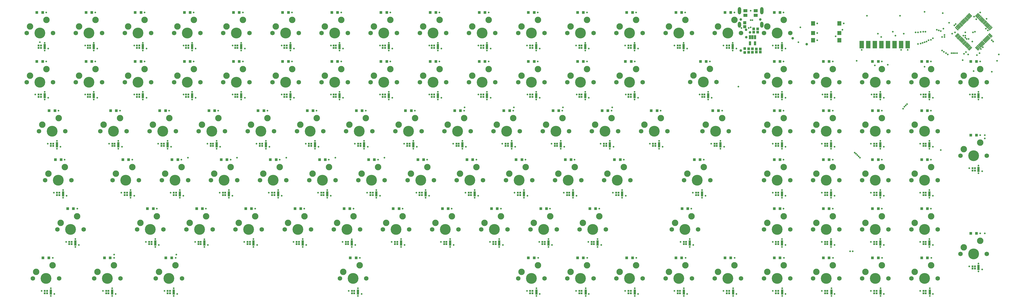
<source format=gts>
G04*
G04 #@! TF.GenerationSoftware,Altium Limited,CircuitMaker,2.2.1 (2.2.1.6)*
G04*
G04 Layer_Color=20142*
%FSLAX25Y25*%
%MOIN*%
G70*
G04*
G04 #@! TF.SameCoordinates,51275918-D11F-4CD5-9039-D10E8471D0EB*
G04*
G04*
G04 #@! TF.FilePolarity,Negative*
G04*
G01*
G75*
%ADD31R,0.06312X0.06706*%
%ADD32R,0.06312X0.05918*%
%ADD33R,0.06706X0.11430*%
%ADD34R,0.06115X0.04737*%
%ADD35R,0.04737X0.04934*%
%ADD36R,0.04343X0.04147*%
%ADD37R,0.04343X0.03950*%
%ADD38R,0.03556X0.05918*%
G04:AMPARAMS|DCode=39|XSize=39.5mil|YSize=39.5mil|CornerRadius=7.15mil|HoleSize=0mil|Usage=FLASHONLY|Rotation=0.000|XOffset=0mil|YOffset=0mil|HoleType=Round|Shape=RoundedRectangle|*
%AMROUNDEDRECTD39*
21,1,0.03950,0.02520,0,0,0.0*
21,1,0.02520,0.03950,0,0,0.0*
1,1,0.01430,0.01260,-0.01260*
1,1,0.01430,-0.01260,-0.01260*
1,1,0.01430,-0.01260,0.01260*
1,1,0.01430,0.01260,0.01260*
%
%ADD39ROUNDEDRECTD39*%
G04:AMPARAMS|DCode=40|XSize=17.84mil|YSize=69.02mil|CornerRadius=0mil|HoleSize=0mil|Usage=FLASHONLY|Rotation=135.000|XOffset=0mil|YOffset=0mil|HoleType=Round|Shape=Round|*
%AMOVALD40*
21,1,0.05118,0.01784,0.00000,0.00000,225.0*
1,1,0.01784,0.01810,0.01810*
1,1,0.01784,-0.01810,-0.01810*
%
%ADD40OVALD40*%

G04:AMPARAMS|DCode=41|XSize=17.84mil|YSize=69.02mil|CornerRadius=0mil|HoleSize=0mil|Usage=FLASHONLY|Rotation=225.000|XOffset=0mil|YOffset=0mil|HoleType=Round|Shape=Round|*
%AMOVALD41*
21,1,0.05118,0.01784,0.00000,0.00000,315.0*
1,1,0.01784,-0.01810,0.01810*
1,1,0.01784,0.01810,-0.01810*
%
%ADD41OVALD41*%

%ADD42R,0.03713X0.03871*%
%ADD43R,0.02768X0.02768*%
%ADD44R,0.04068X0.04068*%
G04:AMPARAMS|DCode=45|XSize=90.68mil|YSize=51.31mil|CornerRadius=25.65mil|HoleSize=0mil|Usage=FLASHONLY|Rotation=270.000|XOffset=0mil|YOffset=0mil|HoleType=Round|Shape=RoundedRectangle|*
%AMROUNDEDRECTD45*
21,1,0.09068,0.00000,0,0,270.0*
21,1,0.03937,0.05131,0,0,270.0*
1,1,0.05131,0.00000,-0.01968*
1,1,0.05131,0.00000,0.01968*
1,1,0.05131,0.00000,0.01968*
1,1,0.05131,0.00000,-0.01968*
%
%ADD45ROUNDEDRECTD45*%
G04:AMPARAMS|DCode=46|XSize=110.36mil|YSize=51.31mil|CornerRadius=25.65mil|HoleSize=0mil|Usage=FLASHONLY|Rotation=270.000|XOffset=0mil|YOffset=0mil|HoleType=Round|Shape=RoundedRectangle|*
%AMROUNDEDRECTD46*
21,1,0.11036,0.00000,0,0,270.0*
21,1,0.05905,0.05131,0,0,270.0*
1,1,0.05131,0.00000,-0.02953*
1,1,0.05131,0.00000,0.02953*
1,1,0.05131,0.00000,0.02953*
1,1,0.05131,0.00000,-0.02953*
%
%ADD46ROUNDEDRECTD46*%
%ADD47C,0.16500*%
%ADD48C,0.09800*%
%ADD49C,0.06800*%
%ADD50C,0.02572*%
%ADD51C,0.03950*%
D31*
X1318110Y530118D02*
D03*
X1358268D02*
D03*
Y504528D02*
D03*
X1318110D02*
D03*
D32*
Y515551D02*
D03*
X1358268D02*
D03*
D33*
X1402323Y497638D02*
D03*
X1412323D02*
D03*
X1422323D02*
D03*
X1432323D02*
D03*
X1442323D02*
D03*
X1452323D02*
D03*
X1462323D02*
D03*
X1392323D02*
D03*
D34*
X1215158Y542323D02*
D03*
Y549409D02*
D03*
X1230906Y549409D02*
D03*
Y542323D02*
D03*
D35*
X1214173Y525197D02*
D03*
Y531102D02*
D03*
D36*
X1233858Y521850D02*
D03*
Y516732D02*
D03*
X1225984Y491339D02*
D03*
Y486221D02*
D03*
X1220079Y491339D02*
D03*
Y486221D02*
D03*
D37*
X1227953Y521752D02*
D03*
Y516831D02*
D03*
X1231890Y486319D02*
D03*
Y491240D02*
D03*
X1237795D02*
D03*
Y486319D02*
D03*
D38*
X1229724Y499803D02*
D03*
X1222244D02*
D03*
Y509252D02*
D03*
X1225984D02*
D03*
X1229724D02*
D03*
D39*
X1214173Y485630D02*
D03*
Y491929D02*
D03*
D40*
X1568932Y541751D02*
D03*
X1557657Y491502D02*
D03*
X1567540Y543143D02*
D03*
X1585635Y525048D02*
D03*
X1588419Y522264D02*
D03*
X1587027Y523656D02*
D03*
X1584243Y526440D02*
D03*
X1582851Y527832D02*
D03*
X1581459Y529224D02*
D03*
X1580067Y530616D02*
D03*
X1578675Y532008D02*
D03*
X1577283Y533400D02*
D03*
X1575891Y534792D02*
D03*
X1574500Y536184D02*
D03*
X1573108Y537576D02*
D03*
X1571716Y538968D02*
D03*
X1570324Y540359D02*
D03*
X1536778Y512381D02*
D03*
X1538170Y510990D02*
D03*
X1539562Y509597D02*
D03*
X1540954Y508206D02*
D03*
X1542346Y506814D02*
D03*
X1543738Y505422D02*
D03*
X1545130Y504030D02*
D03*
X1546521Y502638D02*
D03*
X1547913Y501246D02*
D03*
X1549305Y499854D02*
D03*
X1550697Y498462D02*
D03*
X1552089Y497070D02*
D03*
X1553481Y495678D02*
D03*
X1554873Y494286D02*
D03*
X1556265Y492894D02*
D03*
D41*
X1538170Y523656D02*
D03*
X1536778Y522264D02*
D03*
X1584243Y508206D02*
D03*
X1567540Y491502D02*
D03*
X1568932Y492894D02*
D03*
X1570324Y494286D02*
D03*
X1571716Y495678D02*
D03*
X1573108Y497070D02*
D03*
X1574500Y498462D02*
D03*
X1575891Y499854D02*
D03*
X1577283Y501246D02*
D03*
X1578675Y502638D02*
D03*
X1580067Y504030D02*
D03*
X1581459Y505422D02*
D03*
X1582851Y506814D02*
D03*
X1585635Y509597D02*
D03*
X1587027Y510990D02*
D03*
X1588419Y512381D02*
D03*
X1557657Y543143D02*
D03*
X1556265Y541751D02*
D03*
X1554873Y540359D02*
D03*
X1553481Y538968D02*
D03*
X1552089Y537576D02*
D03*
X1550697Y536184D02*
D03*
X1549305Y534792D02*
D03*
X1547913Y533400D02*
D03*
X1546521Y532008D02*
D03*
X1545130Y530616D02*
D03*
X1543738Y529224D02*
D03*
X1542346Y527832D02*
D03*
X1540954Y526440D02*
D03*
X1539562Y525048D02*
D03*
D42*
X148721Y496614D02*
D03*
Y492756D02*
D03*
X223524Y496614D02*
D03*
Y492756D02*
D03*
X298327Y496614D02*
D03*
Y492756D02*
D03*
X373130Y496614D02*
D03*
Y492756D02*
D03*
X447933Y496614D02*
D03*
Y492756D02*
D03*
X522736Y496614D02*
D03*
Y492756D02*
D03*
X597539Y496614D02*
D03*
Y492756D02*
D03*
X672342Y496614D02*
D03*
Y492756D02*
D03*
X747146Y496614D02*
D03*
Y492756D02*
D03*
X821949Y496614D02*
D03*
Y492756D02*
D03*
X896752Y496614D02*
D03*
Y492756D02*
D03*
X971555Y496614D02*
D03*
Y492756D02*
D03*
X1046358Y496614D02*
D03*
Y492756D02*
D03*
X1121161Y496614D02*
D03*
Y492756D02*
D03*
X1195965Y496614D02*
D03*
Y492756D02*
D03*
X1270768Y496614D02*
D03*
Y492756D02*
D03*
X148721Y421811D02*
D03*
Y417953D02*
D03*
X223524Y421811D02*
D03*
Y417953D02*
D03*
X298327Y421811D02*
D03*
Y417953D02*
D03*
X373130Y421811D02*
D03*
Y417953D02*
D03*
X447933Y421811D02*
D03*
Y417953D02*
D03*
X522736Y421811D02*
D03*
Y417953D02*
D03*
X597539Y421811D02*
D03*
Y417953D02*
D03*
X672342Y421811D02*
D03*
Y417953D02*
D03*
X747146Y421811D02*
D03*
Y417953D02*
D03*
X821949Y421811D02*
D03*
Y417953D02*
D03*
X896752Y421811D02*
D03*
Y417953D02*
D03*
X971555Y421811D02*
D03*
Y417953D02*
D03*
X1046358Y421811D02*
D03*
Y417953D02*
D03*
X1158563Y421811D02*
D03*
Y417953D02*
D03*
X1270768Y421811D02*
D03*
Y417953D02*
D03*
X1345571Y421811D02*
D03*
Y417953D02*
D03*
X1420374Y421811D02*
D03*
Y417953D02*
D03*
X1495177Y421811D02*
D03*
Y417953D02*
D03*
X1569980Y421811D02*
D03*
Y417953D02*
D03*
X167421Y347008D02*
D03*
Y343150D02*
D03*
X260925Y347008D02*
D03*
Y343150D02*
D03*
X335728Y347008D02*
D03*
Y343150D02*
D03*
X410532Y347008D02*
D03*
Y343150D02*
D03*
X485335Y347008D02*
D03*
Y343150D02*
D03*
X560138Y347008D02*
D03*
Y343150D02*
D03*
X634941Y347008D02*
D03*
Y343150D02*
D03*
X709744Y347008D02*
D03*
Y343150D02*
D03*
X784547Y347008D02*
D03*
Y343150D02*
D03*
X859350Y347008D02*
D03*
Y343150D02*
D03*
X934153Y347008D02*
D03*
Y343150D02*
D03*
X1008957Y347008D02*
D03*
Y343150D02*
D03*
X1083760Y347008D02*
D03*
Y343150D02*
D03*
X1177264Y347008D02*
D03*
Y343150D02*
D03*
X1270768Y347008D02*
D03*
Y343150D02*
D03*
X1345571Y347008D02*
D03*
Y343150D02*
D03*
X1420374Y347008D02*
D03*
Y343150D02*
D03*
X1495177Y347008D02*
D03*
Y343150D02*
D03*
X1569980Y309606D02*
D03*
Y305748D02*
D03*
X176772Y272205D02*
D03*
Y268347D02*
D03*
X279626Y272205D02*
D03*
Y268347D02*
D03*
X354429Y272205D02*
D03*
Y268347D02*
D03*
X429232Y272205D02*
D03*
Y268347D02*
D03*
X504035Y272205D02*
D03*
Y268347D02*
D03*
X578839Y272205D02*
D03*
Y268347D02*
D03*
X653642Y272205D02*
D03*
Y268347D02*
D03*
X728445Y272205D02*
D03*
Y268347D02*
D03*
X803228Y272205D02*
D03*
Y268347D02*
D03*
X878051Y272205D02*
D03*
Y268347D02*
D03*
X952854Y272205D02*
D03*
Y268347D02*
D03*
X1027658Y272205D02*
D03*
Y268347D02*
D03*
X1149213Y272205D02*
D03*
Y268347D02*
D03*
X1270768Y272205D02*
D03*
Y268347D02*
D03*
X1345571Y272205D02*
D03*
Y268347D02*
D03*
X1420374Y272205D02*
D03*
Y268347D02*
D03*
X1495177Y272205D02*
D03*
Y268347D02*
D03*
X195472Y197402D02*
D03*
Y193543D02*
D03*
X317028Y197402D02*
D03*
Y193543D02*
D03*
X391831Y197402D02*
D03*
Y193543D02*
D03*
X466634Y197402D02*
D03*
Y193543D02*
D03*
X541437Y197402D02*
D03*
Y193543D02*
D03*
X616240Y197402D02*
D03*
Y193543D02*
D03*
X691043Y197402D02*
D03*
Y193543D02*
D03*
X765846Y197402D02*
D03*
Y193543D02*
D03*
X840650Y197402D02*
D03*
Y193543D02*
D03*
X915453Y197402D02*
D03*
Y193543D02*
D03*
X990256Y197402D02*
D03*
Y193543D02*
D03*
X1130512Y197402D02*
D03*
Y193543D02*
D03*
X1270768Y197402D02*
D03*
Y193543D02*
D03*
X1345571Y197402D02*
D03*
Y193543D02*
D03*
X1420374Y197402D02*
D03*
Y193543D02*
D03*
X1495177Y197402D02*
D03*
Y193543D02*
D03*
X1569980Y160000D02*
D03*
Y156142D02*
D03*
X158071Y122598D02*
D03*
Y118740D02*
D03*
X251575Y122598D02*
D03*
Y118740D02*
D03*
X345079Y122598D02*
D03*
Y118740D02*
D03*
X625591Y122598D02*
D03*
Y118740D02*
D03*
X897244Y122598D02*
D03*
Y118740D02*
D03*
X972047Y122598D02*
D03*
Y118740D02*
D03*
X1046850Y122598D02*
D03*
Y118740D02*
D03*
X1121653Y122598D02*
D03*
Y118740D02*
D03*
X1196457Y122598D02*
D03*
Y118740D02*
D03*
X1271260Y122598D02*
D03*
Y118740D02*
D03*
X1346063Y122598D02*
D03*
Y118740D02*
D03*
X1420866Y122598D02*
D03*
Y118740D02*
D03*
X1495669Y122598D02*
D03*
Y118740D02*
D03*
D43*
X1186811Y118898D02*
D03*
X1261614D02*
D03*
X1336417D02*
D03*
X1411220D02*
D03*
X1336417Y193701D02*
D03*
X1411220D02*
D03*
X1486024D02*
D03*
X1560827Y156299D02*
D03*
X148917Y118898D02*
D03*
X335925D02*
D03*
X616437D02*
D03*
X887598D02*
D03*
X962402D02*
D03*
X1037205D02*
D03*
X1112008D02*
D03*
X307874Y193701D02*
D03*
X382677D02*
D03*
X457480D02*
D03*
X532283D02*
D03*
X607087D02*
D03*
X681890D02*
D03*
X756693D02*
D03*
X831496D02*
D03*
X906299D02*
D03*
X981102D02*
D03*
X1121358D02*
D03*
X1261614D02*
D03*
X644488Y268504D02*
D03*
X719291D02*
D03*
X794095D02*
D03*
X868898D02*
D03*
X943701D02*
D03*
X1018504D02*
D03*
X1140059D02*
D03*
X1261614D02*
D03*
X1336417D02*
D03*
X1411220D02*
D03*
X1486024D02*
D03*
X186319Y193701D02*
D03*
X1168110Y343307D02*
D03*
X1261614D02*
D03*
X1336417D02*
D03*
X1411220D02*
D03*
X1486024D02*
D03*
X1560827Y305906D02*
D03*
X167618Y268504D02*
D03*
X270472D02*
D03*
X345276D02*
D03*
X420079D02*
D03*
X494882D02*
D03*
X569685D02*
D03*
X251772Y343307D02*
D03*
X326575D02*
D03*
X401378D02*
D03*
X476181D02*
D03*
X550984D02*
D03*
X625787D02*
D03*
X700591D02*
D03*
X775394D02*
D03*
X850197D02*
D03*
X925000D02*
D03*
X999803D02*
D03*
X1074606D02*
D03*
X737992Y418110D02*
D03*
X812795D02*
D03*
X887598D02*
D03*
X962402D02*
D03*
X1037205D02*
D03*
X1149409D02*
D03*
X1261614D02*
D03*
X1336417D02*
D03*
X1411220D02*
D03*
X1486024D02*
D03*
X1560827D02*
D03*
X158268Y343307D02*
D03*
X1037205Y492913D02*
D03*
X1112008D02*
D03*
X1186811D02*
D03*
X1261614D02*
D03*
X139567Y418110D02*
D03*
X289173D02*
D03*
X363976D02*
D03*
X438779D02*
D03*
X513583D02*
D03*
X588386D02*
D03*
X663189D02*
D03*
X139567Y492913D02*
D03*
X214370D02*
D03*
X289173D02*
D03*
X363976D02*
D03*
X438779D02*
D03*
X513583D02*
D03*
X588386D02*
D03*
X663189D02*
D03*
X737992D02*
D03*
X812795D02*
D03*
X887598D02*
D03*
X962402D02*
D03*
X1486024Y118898D02*
D03*
X242421D02*
D03*
X214370Y418110D02*
D03*
X1489567Y122441D02*
D03*
X217913Y421654D02*
D03*
X214370D02*
D03*
X217913Y418110D02*
D03*
X245965Y122441D02*
D03*
X242421D02*
D03*
X245965Y118898D02*
D03*
X1486024Y122441D02*
D03*
X1489567Y118898D02*
D03*
X965945Y496457D02*
D03*
X962402D02*
D03*
X965945Y492913D02*
D03*
X891142Y496457D02*
D03*
X887598D02*
D03*
X891142Y492913D02*
D03*
X816339Y496457D02*
D03*
X812795D02*
D03*
X816339Y492913D02*
D03*
X741535Y496457D02*
D03*
X737992D02*
D03*
X741535Y492913D02*
D03*
X666732Y496457D02*
D03*
X663189D02*
D03*
X666732Y492913D02*
D03*
X591929Y496457D02*
D03*
X588386D02*
D03*
X591929Y492913D02*
D03*
X517126Y496457D02*
D03*
X513583D02*
D03*
X517126Y492913D02*
D03*
X442323Y496457D02*
D03*
X438779D02*
D03*
X442323Y492913D02*
D03*
X367520Y496457D02*
D03*
X363976D02*
D03*
X367520Y492913D02*
D03*
X292717Y496457D02*
D03*
X289173D02*
D03*
X292717Y492913D02*
D03*
X217913Y496457D02*
D03*
X214370D02*
D03*
X217913Y492913D02*
D03*
X143110Y496457D02*
D03*
X139567D02*
D03*
X143110Y492913D02*
D03*
X666732Y421654D02*
D03*
X663189D02*
D03*
X666732Y418110D02*
D03*
X591929Y421654D02*
D03*
X588386D02*
D03*
X591929Y418110D02*
D03*
X517126Y421654D02*
D03*
X513583D02*
D03*
X517126Y418110D02*
D03*
X442323Y421654D02*
D03*
X438779D02*
D03*
X442323Y418110D02*
D03*
X367520Y421654D02*
D03*
X363976D02*
D03*
X367520Y418110D02*
D03*
X292717Y421654D02*
D03*
X289173D02*
D03*
X292717Y418110D02*
D03*
X143110Y421654D02*
D03*
X139567D02*
D03*
X143110Y418110D02*
D03*
X1265158Y496457D02*
D03*
X1261614D02*
D03*
X1265158Y492913D02*
D03*
X1190354Y496457D02*
D03*
X1186811D02*
D03*
X1190354Y492913D02*
D03*
X1115551Y496457D02*
D03*
X1112008D02*
D03*
X1115551Y492913D02*
D03*
X1040748Y496457D02*
D03*
X1037205D02*
D03*
X1040748Y492913D02*
D03*
X161811Y346850D02*
D03*
X158268D02*
D03*
X161811Y343307D02*
D03*
X1564370Y421654D02*
D03*
X1560827D02*
D03*
X1564370Y418110D02*
D03*
X1489567Y421654D02*
D03*
X1486024D02*
D03*
X1489567Y418110D02*
D03*
X1414764Y421654D02*
D03*
X1411220D02*
D03*
X1414764Y418110D02*
D03*
X1339961Y421654D02*
D03*
X1336417D02*
D03*
X1339961Y418110D02*
D03*
X1265158Y421654D02*
D03*
X1261614D02*
D03*
X1265158Y418110D02*
D03*
X1152953Y421654D02*
D03*
X1149409D02*
D03*
X1152953Y418110D02*
D03*
X1040748Y421654D02*
D03*
X1037205D02*
D03*
X1040748Y418110D02*
D03*
X965945Y421654D02*
D03*
X962402D02*
D03*
X965945Y418110D02*
D03*
X891142Y421654D02*
D03*
X887598D02*
D03*
X891142Y418110D02*
D03*
X816339Y421654D02*
D03*
X812795D02*
D03*
X816339Y418110D02*
D03*
X741535Y421654D02*
D03*
X737992D02*
D03*
X741535Y418110D02*
D03*
X1078150Y346850D02*
D03*
X1074606D02*
D03*
X1078150Y343307D02*
D03*
X1003347Y346850D02*
D03*
X999803D02*
D03*
X1003347Y343307D02*
D03*
X928543Y346850D02*
D03*
X925000D02*
D03*
X928543Y343307D02*
D03*
X853740Y346850D02*
D03*
X850197D02*
D03*
X853740Y343307D02*
D03*
X778937Y346850D02*
D03*
X775394D02*
D03*
X778937Y343307D02*
D03*
X704134Y346850D02*
D03*
X700591D02*
D03*
X704134Y343307D02*
D03*
X629331Y346850D02*
D03*
X625787D02*
D03*
X629331Y343307D02*
D03*
X554528Y346850D02*
D03*
X550984D02*
D03*
X554528Y343307D02*
D03*
X479724Y346850D02*
D03*
X476181D02*
D03*
X479724Y343307D02*
D03*
X404921Y346850D02*
D03*
X401378D02*
D03*
X404921Y343307D02*
D03*
X330118Y346850D02*
D03*
X326575D02*
D03*
X330118Y343307D02*
D03*
X255315Y346850D02*
D03*
X251772D02*
D03*
X255315Y343307D02*
D03*
X573228Y272047D02*
D03*
X569685D02*
D03*
X573228Y268504D02*
D03*
X498425Y272047D02*
D03*
X494882D02*
D03*
X498425Y268504D02*
D03*
X423622Y272047D02*
D03*
X420079D02*
D03*
X423622Y268504D02*
D03*
X348819Y272047D02*
D03*
X345276D02*
D03*
X348819Y268504D02*
D03*
X274016Y272047D02*
D03*
X270472D02*
D03*
X274016Y268504D02*
D03*
X171161Y272047D02*
D03*
X167618D02*
D03*
X171161Y268504D02*
D03*
X1564370Y309449D02*
D03*
X1560827D02*
D03*
X1564370Y305906D02*
D03*
X1489567Y346850D02*
D03*
X1486024D02*
D03*
X1489567Y343307D02*
D03*
X1414764Y346850D02*
D03*
X1411220D02*
D03*
X1414764Y343307D02*
D03*
X1339961Y346850D02*
D03*
X1336417D02*
D03*
X1339961Y343307D02*
D03*
X1265158Y346850D02*
D03*
X1261614D02*
D03*
X1265158Y343307D02*
D03*
X1171653Y346850D02*
D03*
X1168110D02*
D03*
X1171653Y343307D02*
D03*
X189862Y197244D02*
D03*
X186319D02*
D03*
X189862Y193701D02*
D03*
X1489567Y272047D02*
D03*
X1486024D02*
D03*
X1489567Y268504D02*
D03*
X1414764Y272047D02*
D03*
X1411220D02*
D03*
X1414764Y268504D02*
D03*
X1339961Y272047D02*
D03*
X1336417D02*
D03*
X1339961Y268504D02*
D03*
X1265158Y272047D02*
D03*
X1261614D02*
D03*
X1265158Y268504D02*
D03*
X1143602Y272047D02*
D03*
X1140059D02*
D03*
X1143602Y268504D02*
D03*
X1022047Y272047D02*
D03*
X1018504D02*
D03*
X1022047Y268504D02*
D03*
X947244Y272047D02*
D03*
X943701D02*
D03*
X947244Y268504D02*
D03*
X872441Y272047D02*
D03*
X868898D02*
D03*
X872441Y268504D02*
D03*
X797638Y272047D02*
D03*
X794095D02*
D03*
X797638Y268504D02*
D03*
X722835Y272047D02*
D03*
X719291D02*
D03*
X722835Y268504D02*
D03*
X648032Y272047D02*
D03*
X644488D02*
D03*
X648032Y268504D02*
D03*
X1265158Y197244D02*
D03*
X1261614D02*
D03*
X1265158Y193701D02*
D03*
X1124902Y197244D02*
D03*
X1121358D02*
D03*
X1124902Y193701D02*
D03*
X984646Y197244D02*
D03*
X981102D02*
D03*
X984646Y193701D02*
D03*
X909842Y197244D02*
D03*
X906299D02*
D03*
X909842Y193701D02*
D03*
X835039Y197244D02*
D03*
X831496D02*
D03*
X835039Y193701D02*
D03*
X760236Y197244D02*
D03*
X756693D02*
D03*
X760236Y193701D02*
D03*
X685433Y197244D02*
D03*
X681890D02*
D03*
X685433Y193701D02*
D03*
X610630Y197244D02*
D03*
X607087D02*
D03*
X610630Y193701D02*
D03*
X535827Y197244D02*
D03*
X532283D02*
D03*
X535827Y193701D02*
D03*
X461024Y197244D02*
D03*
X457480D02*
D03*
X461024Y193701D02*
D03*
X386221Y197244D02*
D03*
X382677D02*
D03*
X386221Y193701D02*
D03*
X311417Y197244D02*
D03*
X307874D02*
D03*
X311417Y193701D02*
D03*
X1115551Y122441D02*
D03*
X1112008D02*
D03*
X1115551Y118898D02*
D03*
X1040748Y122441D02*
D03*
X1037205D02*
D03*
X1040748Y118898D02*
D03*
X965945Y122441D02*
D03*
X962402D02*
D03*
X965945Y118898D02*
D03*
X891142Y122441D02*
D03*
X887598D02*
D03*
X891142Y118898D02*
D03*
X619980Y122441D02*
D03*
X616437D02*
D03*
X619980Y118898D02*
D03*
X339469Y122441D02*
D03*
X335925D02*
D03*
X339469Y118898D02*
D03*
X152461Y122441D02*
D03*
X148917D02*
D03*
X152461Y118898D02*
D03*
X1564370Y159843D02*
D03*
X1560827D02*
D03*
X1564370Y156299D02*
D03*
X1489567Y197244D02*
D03*
X1486024D02*
D03*
X1489567Y193701D02*
D03*
X1414764Y197244D02*
D03*
X1411220D02*
D03*
X1414764Y193701D02*
D03*
X1339961Y197244D02*
D03*
X1336417D02*
D03*
X1339961Y193701D02*
D03*
X1414764Y122441D02*
D03*
X1411220D02*
D03*
X1414764Y118898D02*
D03*
X1339961Y122441D02*
D03*
X1336417D02*
D03*
X1339961Y118898D02*
D03*
X1265158Y122441D02*
D03*
X1261614D02*
D03*
X1265158Y118898D02*
D03*
X1190354Y122441D02*
D03*
X1186811D02*
D03*
X1190354Y118898D02*
D03*
D44*
X155079Y172835D02*
D03*
X146299D02*
D03*
X1267776Y546850D02*
D03*
X1258996D02*
D03*
X1192972D02*
D03*
X1184193D02*
D03*
X1118169D02*
D03*
X1109390D02*
D03*
X1043366D02*
D03*
X1034587D02*
D03*
X968563D02*
D03*
X959783D02*
D03*
X893760D02*
D03*
X884980D02*
D03*
X818957D02*
D03*
X810177D02*
D03*
X744153D02*
D03*
X735374D02*
D03*
X669350D02*
D03*
X660571D02*
D03*
X594547D02*
D03*
X585768D02*
D03*
X519744D02*
D03*
X510965D02*
D03*
X444941D02*
D03*
X436161D02*
D03*
X370138D02*
D03*
X361358D02*
D03*
X295335D02*
D03*
X286555D02*
D03*
X220532D02*
D03*
X211752D02*
D03*
X145728D02*
D03*
X136949D02*
D03*
X1566988Y472047D02*
D03*
X1558209D02*
D03*
X1492185D02*
D03*
X1483405D02*
D03*
X1417382D02*
D03*
X1408602D02*
D03*
X1342579D02*
D03*
X1333799D02*
D03*
X1267776D02*
D03*
X1258996D02*
D03*
X1155571D02*
D03*
X1146791D02*
D03*
X1041398D02*
D03*
X1032618D02*
D03*
X968563D02*
D03*
X959783D02*
D03*
X893760D02*
D03*
X884980D02*
D03*
X818957D02*
D03*
X810177D02*
D03*
X744153D02*
D03*
X735374D02*
D03*
X669350D02*
D03*
X660571D02*
D03*
X594547D02*
D03*
X585768D02*
D03*
X519744D02*
D03*
X510965D02*
D03*
X444941D02*
D03*
X436161D02*
D03*
X370138D02*
D03*
X361358D02*
D03*
X295335D02*
D03*
X286555D02*
D03*
X220532D02*
D03*
X211752D02*
D03*
X145728D02*
D03*
X136949D02*
D03*
X1566988Y359842D02*
D03*
X1558209D02*
D03*
X1492185Y397244D02*
D03*
X1483405D02*
D03*
X1417382D02*
D03*
X1408602D02*
D03*
X1342579D02*
D03*
X1333799D02*
D03*
X1267776D02*
D03*
X1258996D02*
D03*
X1174272D02*
D03*
X1165492D02*
D03*
X1080768D02*
D03*
X1071988D02*
D03*
X1005965D02*
D03*
X997185D02*
D03*
X931161D02*
D03*
X922382D02*
D03*
X856358D02*
D03*
X847579D02*
D03*
X781555D02*
D03*
X772776D02*
D03*
X706752D02*
D03*
X697972D02*
D03*
X631949D02*
D03*
X623169D02*
D03*
X557146D02*
D03*
X548366D02*
D03*
X482342D02*
D03*
X473563D02*
D03*
X407539D02*
D03*
X398760D02*
D03*
X332736D02*
D03*
X323957D02*
D03*
X257933D02*
D03*
X249153D02*
D03*
X164429D02*
D03*
X155650D02*
D03*
X1492185Y322441D02*
D03*
X1483405D02*
D03*
X1417382D02*
D03*
X1408602D02*
D03*
X1342579D02*
D03*
X1333799D02*
D03*
X1267776D02*
D03*
X1258996D02*
D03*
X1146220D02*
D03*
X1137441D02*
D03*
X1024665D02*
D03*
X1015886D02*
D03*
X949862D02*
D03*
X941083D02*
D03*
X875059D02*
D03*
X866280D02*
D03*
X800256D02*
D03*
X791476D02*
D03*
X725453D02*
D03*
X716673D02*
D03*
X650650D02*
D03*
X641870D02*
D03*
X575846D02*
D03*
X567067D02*
D03*
X501043D02*
D03*
X492264D02*
D03*
X426240D02*
D03*
X417461D02*
D03*
X351437D02*
D03*
X342657D02*
D03*
X276634D02*
D03*
X267854D02*
D03*
X173779D02*
D03*
X165000D02*
D03*
X1566988Y210236D02*
D03*
X1558209D02*
D03*
X1492185Y247638D02*
D03*
X1483405D02*
D03*
X1417382D02*
D03*
X1408602D02*
D03*
X1342579D02*
D03*
X1333799D02*
D03*
X1267776D02*
D03*
X1258996D02*
D03*
X1127520D02*
D03*
X1118740D02*
D03*
X987264D02*
D03*
X978484D02*
D03*
X912461D02*
D03*
X903681D02*
D03*
X837658D02*
D03*
X828878D02*
D03*
X762854D02*
D03*
X754075D02*
D03*
X688051D02*
D03*
X679272D02*
D03*
X613248D02*
D03*
X604468D02*
D03*
X538445D02*
D03*
X529665D02*
D03*
X463642D02*
D03*
X454862D02*
D03*
X388839D02*
D03*
X380059D02*
D03*
X314035D02*
D03*
X305256D02*
D03*
X192480D02*
D03*
X183701D02*
D03*
X1492185Y172835D02*
D03*
X1483405D02*
D03*
X1417382D02*
D03*
X1408602D02*
D03*
X1342579D02*
D03*
X1333799D02*
D03*
X1267776D02*
D03*
X1258996D02*
D03*
X1192972D02*
D03*
X1184193D02*
D03*
X1118169D02*
D03*
X1109390D02*
D03*
X1043366D02*
D03*
X1034587D02*
D03*
X968563D02*
D03*
X959783D02*
D03*
X893760D02*
D03*
X884980D02*
D03*
X622709D02*
D03*
X613929D02*
D03*
X342087D02*
D03*
X333307D02*
D03*
X248583D02*
D03*
X239803D02*
D03*
D45*
X1206024Y528189D02*
D03*
X1240039D02*
D03*
D46*
Y549291D02*
D03*
X1206024D02*
D03*
D47*
X889370Y440551D02*
D03*
X1263386Y515354D02*
D03*
X1188583D02*
D03*
X1113780D02*
D03*
X1038976D02*
D03*
X964173D02*
D03*
X889370D02*
D03*
X814567D02*
D03*
X739764D02*
D03*
X664961D02*
D03*
X590158D02*
D03*
X515354D02*
D03*
X440551D02*
D03*
X365748D02*
D03*
X290945D02*
D03*
X216142D02*
D03*
X141339D02*
D03*
X1562598Y440551D02*
D03*
X1487795D02*
D03*
X1412992D02*
D03*
X1338189D02*
D03*
X1263386D02*
D03*
X1151290Y440673D02*
D03*
X1038976Y440551D02*
D03*
X964173D02*
D03*
X814567D02*
D03*
X739764D02*
D03*
X664961D02*
D03*
X590158D02*
D03*
X515354D02*
D03*
X440551D02*
D03*
X365748D02*
D03*
X290945D02*
D03*
X216142D02*
D03*
X141339D02*
D03*
X1562598Y328346D02*
D03*
X1487795Y365748D02*
D03*
X1412992D02*
D03*
X1338189D02*
D03*
X1263386D02*
D03*
X1169882D02*
D03*
X1076378D02*
D03*
X1001575D02*
D03*
X926772D02*
D03*
X851968D02*
D03*
X777165D02*
D03*
X702362D02*
D03*
X627559D02*
D03*
X552756D02*
D03*
X477953D02*
D03*
X403150D02*
D03*
X328346D02*
D03*
X253543D02*
D03*
X160039D02*
D03*
X1487795Y290945D02*
D03*
X1412992D02*
D03*
X1338189D02*
D03*
X1263386D02*
D03*
X1141831D02*
D03*
X1020276D02*
D03*
X945472D02*
D03*
X870669D02*
D03*
X795866D02*
D03*
X721063D02*
D03*
X646260D02*
D03*
X571457D02*
D03*
X496654D02*
D03*
X421850D02*
D03*
X347047D02*
D03*
X272244D02*
D03*
X169390D02*
D03*
X1562598Y178740D02*
D03*
X1487795Y216142D02*
D03*
X1412992D02*
D03*
X1338189D02*
D03*
X1263386D02*
D03*
X1123130Y216142D02*
D03*
X982874Y216142D02*
D03*
X908071D02*
D03*
X833268D02*
D03*
X758465D02*
D03*
X683661D02*
D03*
X608858D02*
D03*
X534055D02*
D03*
X459252D02*
D03*
X384449D02*
D03*
X309646D02*
D03*
X188091D02*
D03*
X1487795Y141339D02*
D03*
X1412992D02*
D03*
X1338189D02*
D03*
X1263386D02*
D03*
X1188583D02*
D03*
X1113780D02*
D03*
X1038976D02*
D03*
X964173D02*
D03*
X889370D02*
D03*
X618318Y141461D02*
D03*
X337697Y141339D02*
D03*
X244193D02*
D03*
X150689D02*
D03*
D48*
X874370Y450551D02*
D03*
X899370Y460551D02*
D03*
X1248386Y525354D02*
D03*
X1273386Y535354D02*
D03*
X1173583Y525354D02*
D03*
X1198583Y535354D02*
D03*
X1098779Y525354D02*
D03*
X1123779Y535354D02*
D03*
X1023976Y525354D02*
D03*
X1048976Y535354D02*
D03*
X949173Y525354D02*
D03*
X974173Y535354D02*
D03*
X874370Y525354D02*
D03*
X899370Y535354D02*
D03*
X799567Y525354D02*
D03*
X824567Y535354D02*
D03*
X724764Y525354D02*
D03*
X749764Y535354D02*
D03*
X649961Y525354D02*
D03*
X674961Y535354D02*
D03*
X575157Y525354D02*
D03*
X600157Y535354D02*
D03*
X500354Y525354D02*
D03*
X525354Y535354D02*
D03*
X425551Y525354D02*
D03*
X450551Y535354D02*
D03*
X350748Y525354D02*
D03*
X375748Y535354D02*
D03*
X275945Y525354D02*
D03*
X300945Y535354D02*
D03*
X201142Y525354D02*
D03*
X226142Y535354D02*
D03*
X126339Y525354D02*
D03*
X151339Y535354D02*
D03*
X1547598Y450551D02*
D03*
X1572598Y460551D02*
D03*
X1472795Y450551D02*
D03*
X1497795Y460551D02*
D03*
X1397992Y450551D02*
D03*
X1422992Y460551D02*
D03*
X1323189Y450551D02*
D03*
X1348189Y460551D02*
D03*
X1248386Y450551D02*
D03*
X1273386Y460551D02*
D03*
X1136290Y450673D02*
D03*
X1161290Y460673D02*
D03*
X1023976Y450551D02*
D03*
X1048976Y460551D02*
D03*
X949173Y450551D02*
D03*
X974173Y460551D02*
D03*
X799567Y450551D02*
D03*
X824567Y460551D02*
D03*
X724764Y450551D02*
D03*
X749764Y460551D02*
D03*
X649961Y450551D02*
D03*
X674961Y460551D02*
D03*
X575157Y450551D02*
D03*
X600157Y460551D02*
D03*
X500354Y450551D02*
D03*
X525354Y460551D02*
D03*
X425551Y450551D02*
D03*
X450551Y460551D02*
D03*
X350748Y450551D02*
D03*
X375748Y460551D02*
D03*
X275945Y450551D02*
D03*
X300945Y460551D02*
D03*
X201142Y450551D02*
D03*
X226142Y460551D02*
D03*
X126339Y450551D02*
D03*
X151339Y460551D02*
D03*
X1572598Y348346D02*
D03*
X1547598Y338347D02*
D03*
X1472795Y375748D02*
D03*
X1497795Y385748D02*
D03*
X1397992Y375748D02*
D03*
X1422992Y385748D02*
D03*
X1323189Y375748D02*
D03*
X1348189Y385748D02*
D03*
X1248386Y375748D02*
D03*
X1273386Y385748D02*
D03*
X1154882Y375748D02*
D03*
X1179882Y385748D02*
D03*
X1061378Y375748D02*
D03*
X1086378Y385748D02*
D03*
X986575Y375748D02*
D03*
X1011575Y385748D02*
D03*
X911772Y375748D02*
D03*
X936772Y385748D02*
D03*
X836969Y375748D02*
D03*
X861969Y385748D02*
D03*
X762165Y375748D02*
D03*
X787165Y385748D02*
D03*
X687362Y375748D02*
D03*
X712362Y385748D02*
D03*
X612559Y375748D02*
D03*
X637559Y385748D02*
D03*
X537756Y375748D02*
D03*
X562756Y385748D02*
D03*
X462953Y375748D02*
D03*
X487953Y385748D02*
D03*
X388150Y375748D02*
D03*
X413150Y385748D02*
D03*
X313347Y375748D02*
D03*
X338347Y385748D02*
D03*
X238543Y375748D02*
D03*
X263543Y385748D02*
D03*
X145039Y375748D02*
D03*
X170039Y385748D02*
D03*
X1472795Y300945D02*
D03*
X1497795Y310945D02*
D03*
X1397992Y300945D02*
D03*
X1422992Y310945D02*
D03*
X1323189Y300945D02*
D03*
X1348189Y310945D02*
D03*
X1248386Y300945D02*
D03*
X1273386Y310945D02*
D03*
X1151831D02*
D03*
X1126831Y300945D02*
D03*
X1005276D02*
D03*
X1030276Y310945D02*
D03*
X930472Y300945D02*
D03*
X955472Y310945D02*
D03*
X855669Y300945D02*
D03*
X880669Y310945D02*
D03*
X780866Y300945D02*
D03*
X805866Y310945D02*
D03*
X706063Y300945D02*
D03*
X731063Y310945D02*
D03*
X631260Y300945D02*
D03*
X656260Y310945D02*
D03*
X556457Y300945D02*
D03*
X581457Y310945D02*
D03*
X481653Y300945D02*
D03*
X506653Y310945D02*
D03*
X406850Y300945D02*
D03*
X431850Y310945D02*
D03*
X332047Y300945D02*
D03*
X357047Y310945D02*
D03*
X257244Y300945D02*
D03*
X282244Y310945D02*
D03*
X154390Y300945D02*
D03*
X179390Y310945D02*
D03*
X1572598Y198740D02*
D03*
X1547598Y188740D02*
D03*
X1472795Y226142D02*
D03*
X1497795Y236142D02*
D03*
X1397992Y226142D02*
D03*
X1422992Y236142D02*
D03*
X1323189Y226142D02*
D03*
X1348189Y236142D02*
D03*
X1248386Y226142D02*
D03*
X1273386Y236142D02*
D03*
X1133130Y236142D02*
D03*
X1108130Y226142D02*
D03*
X967874Y226142D02*
D03*
X992874Y236142D02*
D03*
X893071Y226142D02*
D03*
X918071Y236142D02*
D03*
X818268Y226142D02*
D03*
X843268Y236142D02*
D03*
X743465Y226142D02*
D03*
X768465Y236142D02*
D03*
X668661Y226142D02*
D03*
X693661Y236142D02*
D03*
X593858Y226142D02*
D03*
X618858Y236142D02*
D03*
X519055Y226142D02*
D03*
X544055Y236142D02*
D03*
X444252Y226142D02*
D03*
X469252Y236142D02*
D03*
X369449Y226142D02*
D03*
X394449Y236142D02*
D03*
X294646Y226142D02*
D03*
X319646Y236142D02*
D03*
X198091D02*
D03*
X173091Y226142D02*
D03*
X1472795Y151339D02*
D03*
X1497795Y161339D02*
D03*
X1397992Y151339D02*
D03*
X1422992Y161339D02*
D03*
X1323189Y151339D02*
D03*
X1348189Y161339D02*
D03*
X1248386Y151339D02*
D03*
X1273386Y161339D02*
D03*
X1173583Y151339D02*
D03*
X1198583Y161339D02*
D03*
X1098779Y151339D02*
D03*
X1123779Y161339D02*
D03*
X1023976Y151339D02*
D03*
X1048976Y161339D02*
D03*
X949173Y151339D02*
D03*
X974173Y161339D02*
D03*
X874370Y151339D02*
D03*
X899370Y161339D02*
D03*
X628317Y161460D02*
D03*
X603317Y151461D02*
D03*
X347697Y161339D02*
D03*
X322697Y151339D02*
D03*
X254193Y161339D02*
D03*
X229193Y151339D02*
D03*
X160689Y161339D02*
D03*
X135689Y151339D02*
D03*
D49*
X909370Y440551D02*
D03*
X869370D02*
D03*
X1283386Y515354D02*
D03*
X1243386D02*
D03*
X1208583D02*
D03*
X1168583D02*
D03*
X1133780D02*
D03*
X1093779D02*
D03*
X1058976D02*
D03*
X1018976D02*
D03*
X984173D02*
D03*
X944173D02*
D03*
X909370D02*
D03*
X869370D02*
D03*
X834567D02*
D03*
X794567D02*
D03*
X759764D02*
D03*
X719764D02*
D03*
X684961D02*
D03*
X644961D02*
D03*
X610157D02*
D03*
X570157D02*
D03*
X535354D02*
D03*
X495354D02*
D03*
X460551D02*
D03*
X420551D02*
D03*
X385748D02*
D03*
X345748D02*
D03*
X310945D02*
D03*
X270945D02*
D03*
X236142D02*
D03*
X196142D02*
D03*
X161339D02*
D03*
X121339D02*
D03*
X1582598Y440551D02*
D03*
X1542598D02*
D03*
X1507795D02*
D03*
X1467795D02*
D03*
X1432992D02*
D03*
X1392992D02*
D03*
X1358189D02*
D03*
X1318189D02*
D03*
X1283386D02*
D03*
X1243386D02*
D03*
X1171290Y440673D02*
D03*
X1131290D02*
D03*
X1058976Y440551D02*
D03*
X1018976D02*
D03*
X984173D02*
D03*
X944173D02*
D03*
X834567D02*
D03*
X794567D02*
D03*
X759764D02*
D03*
X719764D02*
D03*
X684961D02*
D03*
X644961D02*
D03*
X610157D02*
D03*
X570157D02*
D03*
X535354D02*
D03*
X495354D02*
D03*
X460551D02*
D03*
X420551D02*
D03*
X385748D02*
D03*
X345748D02*
D03*
X310945D02*
D03*
X270945D02*
D03*
X236142D02*
D03*
X196142D02*
D03*
X161339D02*
D03*
X121339D02*
D03*
X1542598Y328346D02*
D03*
X1582598D02*
D03*
X1507795Y365748D02*
D03*
X1467795D02*
D03*
X1432992D02*
D03*
X1392992D02*
D03*
X1358189D02*
D03*
X1318189D02*
D03*
X1283386D02*
D03*
X1243386D02*
D03*
X1189882D02*
D03*
X1149882D02*
D03*
X1096378D02*
D03*
X1056378D02*
D03*
X1021575D02*
D03*
X981575D02*
D03*
X946772D02*
D03*
X906772D02*
D03*
X871968D02*
D03*
X831968D02*
D03*
X797165D02*
D03*
X757165D02*
D03*
X722362D02*
D03*
X682362D02*
D03*
X647559D02*
D03*
X607559D02*
D03*
X572756D02*
D03*
X532756D02*
D03*
X497953D02*
D03*
X457953D02*
D03*
X423150D02*
D03*
X383150D02*
D03*
X348346D02*
D03*
X308347D02*
D03*
X273543D02*
D03*
X233543D02*
D03*
X180039D02*
D03*
X140039D02*
D03*
X1507795Y290945D02*
D03*
X1467795D02*
D03*
X1432992D02*
D03*
X1392992D02*
D03*
X1358189D02*
D03*
X1318189D02*
D03*
X1283386D02*
D03*
X1243386D02*
D03*
X1121831D02*
D03*
X1161831D02*
D03*
X1040276D02*
D03*
X1000276D02*
D03*
X965472D02*
D03*
X925472D02*
D03*
X890669D02*
D03*
X850669D02*
D03*
X815866D02*
D03*
X775866D02*
D03*
X741063D02*
D03*
X701063D02*
D03*
X666260D02*
D03*
X626260D02*
D03*
X591457D02*
D03*
X551457D02*
D03*
X516653D02*
D03*
X476653D02*
D03*
X441850D02*
D03*
X401850D02*
D03*
X367047D02*
D03*
X327047D02*
D03*
X292244D02*
D03*
X252244D02*
D03*
X189390D02*
D03*
X149390D02*
D03*
X1542598Y178740D02*
D03*
X1582598D02*
D03*
X1507795Y216142D02*
D03*
X1467795D02*
D03*
X1432992D02*
D03*
X1392992D02*
D03*
X1358189D02*
D03*
X1318189D02*
D03*
X1283386D02*
D03*
X1243386D02*
D03*
X1103130Y216142D02*
D03*
X1143130D02*
D03*
X1002874Y216142D02*
D03*
X962874D02*
D03*
X928071D02*
D03*
X888071D02*
D03*
X853268D02*
D03*
X813268D02*
D03*
X778465D02*
D03*
X738465D02*
D03*
X703661D02*
D03*
X663661D02*
D03*
X628858D02*
D03*
X588858D02*
D03*
X554055D02*
D03*
X514055D02*
D03*
X479252D02*
D03*
X439252D02*
D03*
X404449D02*
D03*
X364449D02*
D03*
X329646D02*
D03*
X289646D02*
D03*
X168091D02*
D03*
X208090D02*
D03*
X1507795Y141339D02*
D03*
X1467795D02*
D03*
X1432992D02*
D03*
X1392992D02*
D03*
X1358189D02*
D03*
X1318189D02*
D03*
X1283386D02*
D03*
X1243386D02*
D03*
X1208583D02*
D03*
X1168583D02*
D03*
X1133780D02*
D03*
X1093779D02*
D03*
X1058976D02*
D03*
X1018976D02*
D03*
X984173D02*
D03*
X944173D02*
D03*
X909370D02*
D03*
X869370D02*
D03*
X598317Y141461D02*
D03*
X638317D02*
D03*
X317697Y141339D02*
D03*
X357697D02*
D03*
X224193D02*
D03*
X264193D02*
D03*
X130689D02*
D03*
X170689D02*
D03*
D50*
X1579331Y210236D02*
D03*
X1512402Y337205D02*
D03*
X1579331Y354921D02*
D03*
Y359842D02*
D03*
X1298819Y524213D02*
D03*
X1384449Y473032D02*
D03*
X1412008Y466142D02*
D03*
X1431693Y467126D02*
D03*
X1487795Y464173D02*
D03*
X1573425Y491185D02*
D03*
X1295866Y501575D02*
D03*
X1487795Y547835D02*
D03*
X1515354Y545866D02*
D03*
X1582283Y537008D02*
D03*
X1514370Y509449D02*
D03*
X1518307D02*
D03*
Y512402D02*
D03*
X1509449Y519291D02*
D03*
X1474098Y516590D02*
D03*
X1477953Y516480D02*
D03*
X1481890Y516949D02*
D03*
X1485732Y517323D02*
D03*
X1489201D02*
D03*
X1439567D02*
D03*
X1456299Y514370D02*
D03*
X1416929D02*
D03*
X1443504Y511417D02*
D03*
X1421850Y509449D02*
D03*
X1452323Y489882D02*
D03*
X1392323D02*
D03*
X1462323D02*
D03*
X1352362Y510433D02*
D03*
X1324409Y530118D02*
D03*
X1506496Y520276D02*
D03*
X1324409Y515551D02*
D03*
Y504528D02*
D03*
X1512402Y518307D02*
D03*
X1362795Y520276D02*
D03*
X1516339Y522244D02*
D03*
X1525197Y531102D02*
D03*
X1364764Y530118D02*
D03*
X1477953Y498622D02*
D03*
X1374606Y182677D02*
D03*
X254528Y177756D02*
D03*
X1481890Y499606D02*
D03*
X1378543Y182677D02*
D03*
X349016Y177756D02*
D03*
X1484842Y500591D02*
D03*
X1381496Y333268D02*
D03*
X366732Y325394D02*
D03*
X1487795Y501575D02*
D03*
X1383465Y331299D02*
D03*
X441535Y325394D02*
D03*
X1490748Y502559D02*
D03*
X1547807Y483886D02*
D03*
X1545866Y474016D02*
D03*
X1560630Y502559D02*
D03*
X1567520Y481890D02*
D03*
X1571457Y484842D02*
D03*
X1550787Y486354D02*
D03*
X1554267Y482874D02*
D03*
X1564567Y517323D02*
D03*
X1561614Y516339D02*
D03*
X1554724Y506496D02*
D03*
X1551772D02*
D03*
X1549803Y508465D02*
D03*
Y511417D02*
D03*
X1549875Y516448D02*
D03*
X1546850Y511417D02*
D03*
X1385433Y329331D02*
D03*
X516339Y325394D02*
D03*
X1493701Y504528D02*
D03*
X1387402Y327362D02*
D03*
X591142Y325394D02*
D03*
X1497638Y504996D02*
D03*
X1500591Y507480D02*
D03*
X1389370Y325394D02*
D03*
X665945D02*
D03*
X1514370Y488779D02*
D03*
X1517323Y486811D02*
D03*
X1520374Y484842D02*
D03*
X1523193Y482909D02*
D03*
X1528726Y484842D02*
D03*
X1531510D02*
D03*
X1534294D02*
D03*
X1537078D02*
D03*
X1566535Y536491D02*
D03*
X1461220Y407087D02*
D03*
X1455315Y400197D02*
D03*
X787992Y402165D02*
D03*
X1457283Y403150D02*
D03*
X862795Y402165D02*
D03*
X1459252Y405118D02*
D03*
X1533071Y527165D02*
D03*
X1535039Y529134D02*
D03*
X937598Y402165D02*
D03*
X1012402D02*
D03*
X1204331Y433661D02*
D03*
X1400197Y541929D02*
D03*
X1450394D02*
D03*
X1590158Y456299D02*
D03*
X1600984Y482874D02*
D03*
X1598032Y473032D02*
D03*
X1576378Y493701D02*
D03*
X1223032Y549409D02*
D03*
X1220079Y523228D02*
D03*
X1209252D02*
D03*
X1225984Y535039D02*
D03*
X1562598Y457283D02*
D03*
X1581299Y522244D02*
D03*
X1563204Y540339D02*
D03*
X1590180Y504541D02*
D03*
X1534055Y516339D02*
D03*
X158071Y114764D02*
D03*
X251575D02*
D03*
X345079D02*
D03*
X625591D02*
D03*
X897244D02*
D03*
X972047D02*
D03*
X1046850D02*
D03*
X1121653D02*
D03*
X1196457D02*
D03*
X1271260D02*
D03*
X1346063D02*
D03*
X1420866D02*
D03*
X1495669D02*
D03*
X1569980Y152165D02*
D03*
X1495177Y189567D02*
D03*
X1420374D02*
D03*
X1345571D02*
D03*
X1270768D02*
D03*
X1130512D02*
D03*
X990256D02*
D03*
X915453D02*
D03*
X840650D02*
D03*
X765846D02*
D03*
X691043D02*
D03*
X616083Y189409D02*
D03*
X541437Y189567D02*
D03*
X466634D02*
D03*
X391673Y189409D02*
D03*
X317028Y189567D02*
D03*
X195472D02*
D03*
X176772Y264370D02*
D03*
X279626D02*
D03*
X354429D02*
D03*
X429232D02*
D03*
X504035D02*
D03*
X578839D02*
D03*
X653642D02*
D03*
X728445D02*
D03*
X803228D02*
D03*
X878051D02*
D03*
X952854D02*
D03*
X1027658D02*
D03*
X1149213D02*
D03*
X1270768D02*
D03*
X1345571D02*
D03*
X1420374D02*
D03*
X1495177D02*
D03*
X1569980Y301772D02*
D03*
X1495177Y339173D02*
D03*
X1420374D02*
D03*
X1345571D02*
D03*
X1270768D02*
D03*
X1177264D02*
D03*
X1083760D02*
D03*
X1008957D02*
D03*
X934153D02*
D03*
X859350D02*
D03*
X784547D02*
D03*
X709744D02*
D03*
X634941D02*
D03*
X560138D02*
D03*
X485335D02*
D03*
X410532D02*
D03*
X335728D02*
D03*
X260925D02*
D03*
X167421D02*
D03*
X148721Y413976D02*
D03*
X223524D02*
D03*
X298327D02*
D03*
X373130D02*
D03*
X447933D02*
D03*
X522736D02*
D03*
X597539D02*
D03*
X672342D02*
D03*
X747146D02*
D03*
X821949D02*
D03*
X896752D02*
D03*
X971555D02*
D03*
X1046358D02*
D03*
X1158563D02*
D03*
X1270768D02*
D03*
X1345571D02*
D03*
X1420374D02*
D03*
X1495177D02*
D03*
X1569980D02*
D03*
X1270768Y488779D02*
D03*
X1195965D02*
D03*
X1121161D02*
D03*
X1046358D02*
D03*
X971555D02*
D03*
X821949D02*
D03*
X747146D02*
D03*
X672342D02*
D03*
X597539D02*
D03*
X522736D02*
D03*
X447933D02*
D03*
X373130D02*
D03*
X298327D02*
D03*
X223524D02*
D03*
X148721D02*
D03*
X896752D02*
D03*
X1495669Y126575D02*
D03*
X1223032Y535039D02*
D03*
Y524213D02*
D03*
X1529879Y514370D02*
D03*
X1572441Y546850D02*
D03*
X1592126Y502559D02*
D03*
X1584252Y519291D02*
D03*
X896752Y500591D02*
D03*
X902165Y491732D02*
D03*
X882677Y496457D02*
D03*
X141339Y501575D02*
D03*
X143996Y122441D02*
D03*
X181398Y197244D02*
D03*
X883465Y267323D02*
D03*
X863976Y272047D02*
D03*
X789173D02*
D03*
X631004Y117717D02*
D03*
X611516Y122441D02*
D03*
X350492Y117717D02*
D03*
X331004Y122441D02*
D03*
X256988Y117717D02*
D03*
X237500Y122441D02*
D03*
X163484Y117717D02*
D03*
X902165D02*
D03*
X882677Y122441D02*
D03*
X976968Y117717D02*
D03*
X957480Y122441D02*
D03*
X1051772Y117717D02*
D03*
X1032283Y122441D02*
D03*
X1126575Y117717D02*
D03*
X1107087Y122441D02*
D03*
X1201378Y117717D02*
D03*
X1181890Y122441D02*
D03*
X1276181Y117717D02*
D03*
X1256693Y122441D02*
D03*
X1350984Y117717D02*
D03*
X1331496Y122441D02*
D03*
X1425787Y117717D02*
D03*
X1406299Y122441D02*
D03*
X1500591Y117717D02*
D03*
X1481102Y122441D02*
D03*
X1575394Y155118D02*
D03*
X1555906Y159843D02*
D03*
X1500591Y192520D02*
D03*
X1481102Y197244D02*
D03*
X1425787Y192520D02*
D03*
X1406299Y197244D02*
D03*
X1350984Y192520D02*
D03*
X1331496Y197244D02*
D03*
X1276181Y192520D02*
D03*
X1256693Y197244D02*
D03*
X1135925Y192520D02*
D03*
X1116437Y197244D02*
D03*
X976181D02*
D03*
X995669Y192520D02*
D03*
X901378Y197244D02*
D03*
X920866Y192520D02*
D03*
X826575Y197244D02*
D03*
X846063Y192520D02*
D03*
X751772Y197244D02*
D03*
X771260Y192520D02*
D03*
X676968Y197244D02*
D03*
X696457Y192520D02*
D03*
X602165Y197244D02*
D03*
X621654Y192520D02*
D03*
X527362Y197244D02*
D03*
X546850Y192520D02*
D03*
X452559Y197244D02*
D03*
X472047Y192520D02*
D03*
X377756Y197244D02*
D03*
X397244Y192520D02*
D03*
X302953Y197244D02*
D03*
X322441Y192520D02*
D03*
X200886Y192520D02*
D03*
X162697Y272047D02*
D03*
X182185Y267323D02*
D03*
X285039D02*
D03*
X265551Y272047D02*
D03*
X359842Y267323D02*
D03*
X340354Y272047D02*
D03*
X434646Y267323D02*
D03*
X415158Y272047D02*
D03*
X509449Y267323D02*
D03*
X489961Y272047D02*
D03*
X584252Y267323D02*
D03*
X564764Y272047D02*
D03*
X659055Y267323D02*
D03*
X639567Y272047D02*
D03*
X733858Y267323D02*
D03*
X714370Y272047D02*
D03*
X808661Y267323D02*
D03*
X958268D02*
D03*
X938780Y272047D02*
D03*
X1033071Y267323D02*
D03*
X1013583Y272047D02*
D03*
X1154626Y267323D02*
D03*
X1135138Y272047D02*
D03*
X1256693D02*
D03*
X1276181Y267323D02*
D03*
X1331496Y272047D02*
D03*
X1350984Y267323D02*
D03*
X1406299Y272047D02*
D03*
X1425787Y267323D02*
D03*
X1481102Y272047D02*
D03*
X1500591Y267323D02*
D03*
X1555906Y309449D02*
D03*
X1575394Y304724D02*
D03*
X1481102Y346850D02*
D03*
X1500591Y342126D02*
D03*
X1406299Y346850D02*
D03*
X1425787Y342126D02*
D03*
X1331496Y346850D02*
D03*
X1350984Y342126D02*
D03*
X1256693Y346850D02*
D03*
X1276181Y342126D02*
D03*
X1163189Y346850D02*
D03*
X1182677Y342126D02*
D03*
X1069685Y346850D02*
D03*
X1089173Y342126D02*
D03*
X994882Y346850D02*
D03*
X1014370Y342126D02*
D03*
X920079Y346850D02*
D03*
X939567Y342126D02*
D03*
X845276Y346850D02*
D03*
X864764Y342126D02*
D03*
X770472Y346850D02*
D03*
X789961Y342126D02*
D03*
X695669Y346850D02*
D03*
X715158Y342126D02*
D03*
X620866Y346850D02*
D03*
X640354Y342126D02*
D03*
X546063Y346850D02*
D03*
X565551Y342126D02*
D03*
X471260Y346850D02*
D03*
X490748Y342126D02*
D03*
X396457Y346850D02*
D03*
X415945Y342126D02*
D03*
X321654Y346850D02*
D03*
X341142Y342126D02*
D03*
X246850Y346850D02*
D03*
X266339Y342126D02*
D03*
X172835D02*
D03*
X153347Y346850D02*
D03*
X1556890Y421654D02*
D03*
X1482087D02*
D03*
X1407283D02*
D03*
X1332480D02*
D03*
X1257677D02*
D03*
X1145472D02*
D03*
X1033268D02*
D03*
X958465D02*
D03*
X883661D02*
D03*
X808858D02*
D03*
X734055D02*
D03*
X659252D02*
D03*
X584449D02*
D03*
X509646D02*
D03*
X434842D02*
D03*
X360039D02*
D03*
X285236D02*
D03*
X210433D02*
D03*
X1575394Y416929D02*
D03*
X1500591D02*
D03*
X1425787D02*
D03*
X1350984D02*
D03*
X1276181D02*
D03*
X1163976D02*
D03*
X1051772D02*
D03*
X976968D02*
D03*
X902165D02*
D03*
X827362D02*
D03*
X752559D02*
D03*
X677756D02*
D03*
X602953D02*
D03*
X528150D02*
D03*
X453346D02*
D03*
X378543D02*
D03*
X303740D02*
D03*
X228937D02*
D03*
X154134D02*
D03*
X134646Y421654D02*
D03*
X1256693Y496457D02*
D03*
X1181890D02*
D03*
X1107087D02*
D03*
X1032283D02*
D03*
X1276181Y491732D02*
D03*
X1201378D02*
D03*
X1126575D02*
D03*
X1051772D02*
D03*
X976968D02*
D03*
X957480Y496457D02*
D03*
X827362Y491732D02*
D03*
X808858Y496457D02*
D03*
X752559Y491732D02*
D03*
X734055Y496457D02*
D03*
X677756Y491732D02*
D03*
X659252Y496457D02*
D03*
X602953Y491732D02*
D03*
X584449Y496457D02*
D03*
X528150Y491732D02*
D03*
X509646Y496457D02*
D03*
X453346Y491732D02*
D03*
X434842Y496457D02*
D03*
X378543Y491732D02*
D03*
X360039Y496457D02*
D03*
X303740Y491732D02*
D03*
X285236Y496457D02*
D03*
X228937Y491732D02*
D03*
X154134D02*
D03*
X210433Y496457D02*
D03*
X148721Y500591D02*
D03*
X223524D02*
D03*
X298327D02*
D03*
X373130D02*
D03*
X447933D02*
D03*
X522736D02*
D03*
X597539D02*
D03*
X672342D02*
D03*
X747146D02*
D03*
X821949D02*
D03*
X971555D02*
D03*
X1046358D02*
D03*
X1121161D02*
D03*
X1195965D02*
D03*
X1270768D02*
D03*
X1569980Y425787D02*
D03*
X1495177D02*
D03*
X1420374D02*
D03*
X1345571D02*
D03*
X1270768D02*
D03*
X1158563D02*
D03*
X1046358D02*
D03*
X971555D02*
D03*
X896752D02*
D03*
X821949D02*
D03*
X747146D02*
D03*
X672342D02*
D03*
X597539D02*
D03*
X522736D02*
D03*
X447933D02*
D03*
X373130D02*
D03*
X298327D02*
D03*
X223524D02*
D03*
X148721D02*
D03*
X167421Y350984D02*
D03*
X260925D02*
D03*
X335728D02*
D03*
X410532D02*
D03*
X485335D02*
D03*
X560138D02*
D03*
X634941D02*
D03*
X709744D02*
D03*
X784547D02*
D03*
X859350D02*
D03*
X934153D02*
D03*
X1008957D02*
D03*
X1083760D02*
D03*
X1177264D02*
D03*
X1270768D02*
D03*
X1345571D02*
D03*
X1420374D02*
D03*
X1495177D02*
D03*
X1569980Y313583D02*
D03*
X1495177Y276181D02*
D03*
X1420374D02*
D03*
X1345571D02*
D03*
X1270768D02*
D03*
X1149213D02*
D03*
X1027658D02*
D03*
X952854D02*
D03*
X878051D02*
D03*
X803228D02*
D03*
X728445D02*
D03*
X653642D02*
D03*
X578839D02*
D03*
X504035D02*
D03*
X429232D02*
D03*
X354429D02*
D03*
X279626D02*
D03*
X176772D02*
D03*
X195472Y201378D02*
D03*
X317028D02*
D03*
X391673Y201220D02*
D03*
X466634Y201378D02*
D03*
X541437D02*
D03*
X616083Y201220D02*
D03*
X691043Y201378D02*
D03*
X765846D02*
D03*
X840650D02*
D03*
X915453D02*
D03*
X990256D02*
D03*
X1130512D02*
D03*
X1270768D02*
D03*
X1345571D02*
D03*
X1420374D02*
D03*
X1495177D02*
D03*
X1569980Y163976D02*
D03*
X1420866Y126575D02*
D03*
X1346063D02*
D03*
X1271260D02*
D03*
X1196457D02*
D03*
X1121653D02*
D03*
X1046850D02*
D03*
X972047D02*
D03*
X897244D02*
D03*
X625591D02*
D03*
X345079D02*
D03*
X251575D02*
D03*
X158071D02*
D03*
X1273228Y546850D02*
D03*
X1198425D02*
D03*
X1123622D02*
D03*
X1048819D02*
D03*
X974016D02*
D03*
X899213D02*
D03*
X824409D02*
D03*
X749606D02*
D03*
X674803D02*
D03*
X600000D02*
D03*
X525197D02*
D03*
X450394D02*
D03*
X375590D02*
D03*
X300787D02*
D03*
X225984D02*
D03*
X151181D02*
D03*
Y472047D02*
D03*
X225984D02*
D03*
X300787D02*
D03*
X375590D02*
D03*
X450394D02*
D03*
X525197D02*
D03*
X600000D02*
D03*
X674803D02*
D03*
X749606D02*
D03*
X824409D02*
D03*
X899213D02*
D03*
X974016D02*
D03*
X1046850D02*
D03*
X1161024D02*
D03*
X1273228D02*
D03*
X1348032D02*
D03*
X1422835D02*
D03*
X1497638D02*
D03*
X1572441D02*
D03*
X1497638Y397244D02*
D03*
X1422835D02*
D03*
X1348032D02*
D03*
X1273228D02*
D03*
X1179724D02*
D03*
X1086220D02*
D03*
X1011417D02*
D03*
X936614D02*
D03*
X861811D02*
D03*
X787008D02*
D03*
X712205D02*
D03*
X637402D02*
D03*
X562598D02*
D03*
X487795D02*
D03*
X412992D02*
D03*
X338189D02*
D03*
X263386D02*
D03*
X169882D02*
D03*
X179232Y322441D02*
D03*
X282087D02*
D03*
X356890D02*
D03*
X431693D02*
D03*
X506496D02*
D03*
X581299D02*
D03*
X656102D02*
D03*
X730905D02*
D03*
X805709D02*
D03*
X880512D02*
D03*
X955315D02*
D03*
X1030118D02*
D03*
X1151673D02*
D03*
X1273228D02*
D03*
X1348032D02*
D03*
X1422835D02*
D03*
X1497638D02*
D03*
X1572441Y359842D02*
D03*
Y210236D02*
D03*
X1497638Y247638D02*
D03*
X1422835D02*
D03*
X1348032D02*
D03*
X1273228D02*
D03*
X1132972D02*
D03*
X992717D02*
D03*
X917913D02*
D03*
X843110D02*
D03*
X768307D02*
D03*
X693504D02*
D03*
X618701D02*
D03*
X543898D02*
D03*
X469095D02*
D03*
X394291D02*
D03*
X319488D02*
D03*
X198425D02*
D03*
X1498130Y172835D02*
D03*
X1423327D02*
D03*
X1348524D02*
D03*
X1273720D02*
D03*
X1198917D02*
D03*
X1124114D02*
D03*
X1049311D02*
D03*
X974508D02*
D03*
X899705D02*
D03*
X628653D02*
D03*
X348031D02*
D03*
X254528D02*
D03*
X161024D02*
D03*
D51*
X1308539Y498566D02*
D03*
X1287008Y507480D02*
D03*
X1208268Y488779D02*
D03*
X1216339Y509252D02*
D03*
X1222047Y516339D02*
D03*
X1216142Y520276D02*
D03*
X1237795Y536024D02*
D03*
X1208268D02*
D03*
M02*

</source>
